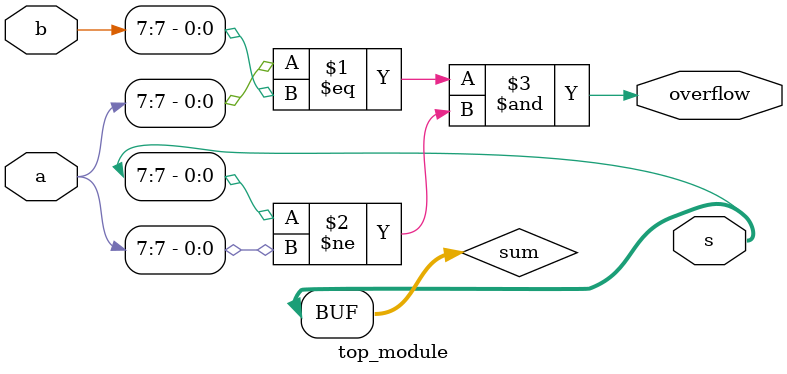
<source format=sv>
module top_module (
    input [7:0] a,
    input [7:0] b,
    output [7:0] s,
    output overflow
);

    wire [7:0] sum;
    
    assign s = sum[7:0];
    
    assign overflow = (a[7] == b[7]) & (s[7] != a[7]);
    
endmodule

</source>
